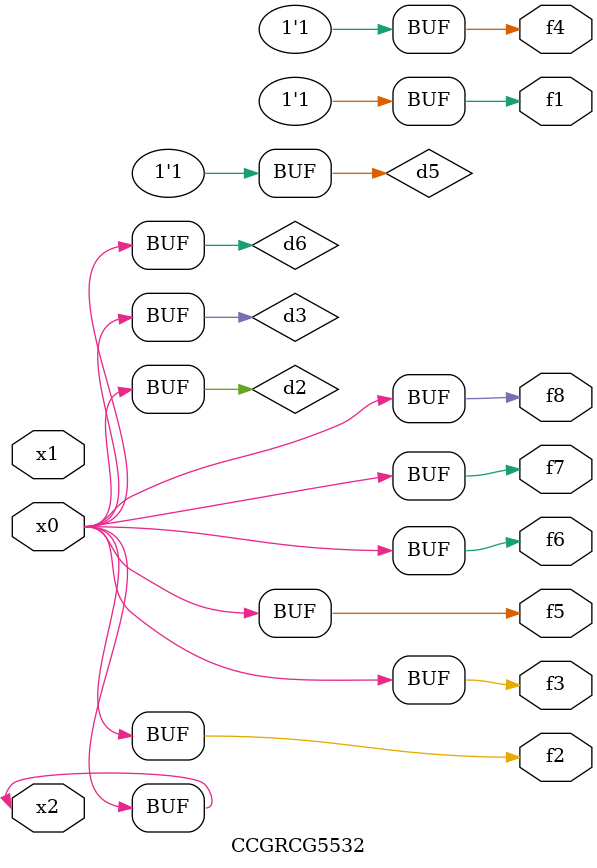
<source format=v>
module CCGRCG5532(
	input x0, x1, x2,
	output f1, f2, f3, f4, f5, f6, f7, f8
);

	wire d1, d2, d3, d4, d5, d6;

	xnor (d1, x2);
	buf (d2, x0, x2);
	and (d3, x0);
	xnor (d4, x1, x2);
	nand (d5, d1, d3);
	buf (d6, d2, d3);
	assign f1 = d5;
	assign f2 = d6;
	assign f3 = d6;
	assign f4 = d5;
	assign f5 = d6;
	assign f6 = d6;
	assign f7 = d6;
	assign f8 = d6;
endmodule

</source>
